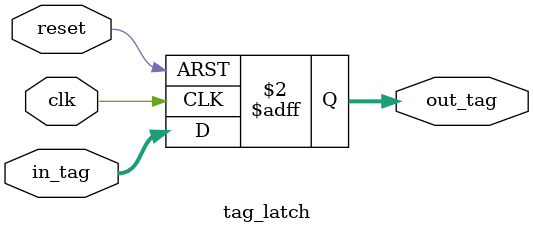
<source format=v>
module tag_latch(
	input wire [23:0] in_tag,
	input wire clk,
	input wire reset,
	output reg [23:0] out_tag
);

always @(posedge clk or posedge reset) begin
	if (reset) begin
		out_tag <= 24'd0;
	end
	else begin
		out_tag <= in_tag;
	end
	
end

endmodule
</source>
